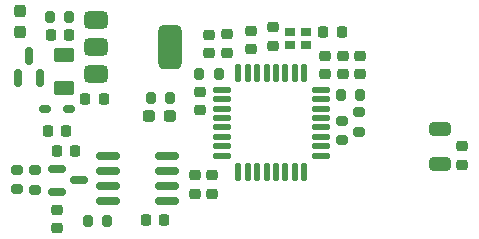
<source format=gbr>
%TF.GenerationSoftware,KiCad,Pcbnew,8.0.8*%
%TF.CreationDate,2025-03-12T20:30:10+01:00*%
%TF.ProjectId,TTS,5454532e-6b69-4636-9164-5f7063625858,rev?*%
%TF.SameCoordinates,PX2255100PY2ebae40*%
%TF.FileFunction,Paste,Top*%
%TF.FilePolarity,Positive*%
%FSLAX46Y46*%
G04 Gerber Fmt 4.6, Leading zero omitted, Abs format (unit mm)*
G04 Created by KiCad (PCBNEW 8.0.8) date 2025-03-12 20:30:10*
%MOMM*%
%LPD*%
G01*
G04 APERTURE LIST*
G04 Aperture macros list*
%AMRoundRect*
0 Rectangle with rounded corners*
0 $1 Rounding radius*
0 $2 $3 $4 $5 $6 $7 $8 $9 X,Y pos of 4 corners*
0 Add a 4 corners polygon primitive as box body*
4,1,4,$2,$3,$4,$5,$6,$7,$8,$9,$2,$3,0*
0 Add four circle primitives for the rounded corners*
1,1,$1+$1,$2,$3*
1,1,$1+$1,$4,$5*
1,1,$1+$1,$6,$7*
1,1,$1+$1,$8,$9*
0 Add four rect primitives between the rounded corners*
20,1,$1+$1,$2,$3,$4,$5,0*
20,1,$1+$1,$4,$5,$6,$7,0*
20,1,$1+$1,$6,$7,$8,$9,0*
20,1,$1+$1,$8,$9,$2,$3,0*%
G04 Aperture macros list end*
%ADD10RoundRect,0.150000X-0.587500X-0.150000X0.587500X-0.150000X0.587500X0.150000X-0.587500X0.150000X0*%
%ADD11RoundRect,0.225000X0.225000X0.250000X-0.225000X0.250000X-0.225000X-0.250000X0.225000X-0.250000X0*%
%ADD12R,0.900000X0.800000*%
%ADD13RoundRect,0.225000X-0.225000X-0.250000X0.225000X-0.250000X0.225000X0.250000X-0.225000X0.250000X0*%
%ADD14RoundRect,0.150000X0.325000X0.150000X-0.325000X0.150000X-0.325000X-0.150000X0.325000X-0.150000X0*%
%ADD15RoundRect,0.150000X0.825000X0.150000X-0.825000X0.150000X-0.825000X-0.150000X0.825000X-0.150000X0*%
%ADD16RoundRect,0.237500X-0.287500X-0.237500X0.287500X-0.237500X0.287500X0.237500X-0.287500X0.237500X0*%
%ADD17RoundRect,0.150000X0.150000X-0.587500X0.150000X0.587500X-0.150000X0.587500X-0.150000X-0.587500X0*%
%ADD18RoundRect,0.200000X0.275000X-0.200000X0.275000X0.200000X-0.275000X0.200000X-0.275000X-0.200000X0*%
%ADD19RoundRect,0.200000X0.200000X0.275000X-0.200000X0.275000X-0.200000X-0.275000X0.200000X-0.275000X0*%
%ADD20RoundRect,0.200000X-0.200000X-0.275000X0.200000X-0.275000X0.200000X0.275000X-0.200000X0.275000X0*%
%ADD21RoundRect,0.125000X-0.125000X0.625000X-0.125000X-0.625000X0.125000X-0.625000X0.125000X0.625000X0*%
%ADD22RoundRect,0.125000X-0.625000X0.125000X-0.625000X-0.125000X0.625000X-0.125000X0.625000X0.125000X0*%
%ADD23RoundRect,0.237500X0.237500X-0.287500X0.237500X0.287500X-0.237500X0.287500X-0.237500X-0.287500X0*%
%ADD24RoundRect,0.225000X0.250000X-0.225000X0.250000X0.225000X-0.250000X0.225000X-0.250000X-0.225000X0*%
%ADD25RoundRect,0.218750X0.256250X-0.218750X0.256250X0.218750X-0.256250X0.218750X-0.256250X-0.218750X0*%
%ADD26RoundRect,0.250000X-0.625000X0.375000X-0.625000X-0.375000X0.625000X-0.375000X0.625000X0.375000X0*%
%ADD27RoundRect,0.225000X-0.250000X0.225000X-0.250000X-0.225000X0.250000X-0.225000X0.250000X0.225000X0*%
%ADD28RoundRect,0.375000X-0.625000X-0.375000X0.625000X-0.375000X0.625000X0.375000X-0.625000X0.375000X0*%
%ADD29RoundRect,0.500000X-0.500000X-1.400000X0.500000X-1.400000X0.500000X1.400000X-0.500000X1.400000X0*%
%ADD30RoundRect,0.250000X0.650000X-0.325000X0.650000X0.325000X-0.650000X0.325000X-0.650000X-0.325000X0*%
%ADD31RoundRect,0.200000X-0.275000X0.200000X-0.275000X-0.200000X0.275000X-0.200000X0.275000X0.200000X0*%
G04 APERTURE END LIST*
D10*
%TO.C,D3*%
X109572500Y4160000D03*
X109572500Y2260000D03*
X111447500Y3210000D03*
%TD*%
D11*
%TO.C,C12*%
X110320000Y7430000D03*
X108770000Y7430000D03*
%TD*%
D12*
%TO.C,Y1*%
X129285000Y14640000D03*
X130685000Y14640000D03*
X130685000Y15740000D03*
X129285000Y15740000D03*
%TD*%
D13*
%TO.C,C15*%
X117085000Y-100000D03*
X118635000Y-100000D03*
%TD*%
D14*
%TO.C,D1*%
X110620000Y9230000D03*
X108520000Y9230000D03*
%TD*%
D15*
%TO.C,U4*%
X118870000Y1455000D03*
X118870000Y2725000D03*
X118870000Y3995000D03*
X118870000Y5265000D03*
X113920000Y5265000D03*
X113920000Y3995000D03*
X113920000Y2725000D03*
X113920000Y1455000D03*
%TD*%
D16*
%TO.C,VO2*%
X117377500Y8650000D03*
X119127500Y8650000D03*
%TD*%
D17*
%TO.C,D4*%
X108160000Y11892500D03*
X107210000Y13767500D03*
X106260000Y11892500D03*
%TD*%
D18*
%TO.C,R1*%
X133670000Y6625000D03*
X133670000Y8275000D03*
%TD*%
D19*
%TO.C,R3*%
X113825000Y-210000D03*
X112175000Y-210000D03*
%TD*%
D18*
%TO.C,R2*%
X135135000Y7345000D03*
X135135000Y8995000D03*
%TD*%
D20*
%TO.C,R9*%
X117485000Y10150000D03*
X119135000Y10150000D03*
%TD*%
D21*
%TO.C,U5*%
X130510000Y12275000D03*
X129710000Y12275000D03*
X128910000Y12275000D03*
X128110000Y12275000D03*
X127310000Y12275000D03*
X126510000Y12275000D03*
X125710000Y12275000D03*
X124910000Y12275000D03*
D22*
X123535000Y10900000D03*
X123535000Y10100000D03*
X123535000Y9300000D03*
X123535000Y8500000D03*
X123535000Y7700000D03*
X123535000Y6900000D03*
X123535000Y6100000D03*
X123535000Y5300000D03*
D21*
X124910000Y3925000D03*
X125710000Y3925000D03*
X126510000Y3925000D03*
X127310000Y3925000D03*
X128110000Y3925000D03*
X128910000Y3925000D03*
X129710000Y3925000D03*
X130510000Y3925000D03*
D22*
X131885000Y5300000D03*
X131885000Y6100000D03*
X131885000Y6900000D03*
X131885000Y7700000D03*
X131885000Y8500000D03*
X131885000Y9300000D03*
X131885000Y10100000D03*
X131885000Y10900000D03*
%TD*%
D23*
%TO.C,VO1*%
X106440000Y15765000D03*
X106440000Y17515000D03*
%TD*%
D24*
%TO.C,C6*%
X132275000Y12185000D03*
X132275000Y13735000D03*
%TD*%
D11*
%TO.C,C14*%
X111095000Y5690000D03*
X109545000Y5690000D03*
%TD*%
D25*
%TO.C,D2*%
X121685000Y9162500D03*
X121685000Y10737500D03*
%TD*%
D26*
%TO.C,F1*%
X110130000Y13860000D03*
X110130000Y11060000D03*
%TD*%
D19*
%TO.C,R5*%
X110605000Y17090000D03*
X108955000Y17090000D03*
%TD*%
D27*
%TO.C,C17*%
X121250000Y3645000D03*
X121250000Y2095000D03*
%TD*%
D18*
%TO.C,R8*%
X107700000Y2435000D03*
X107700000Y4085000D03*
%TD*%
D20*
%TO.C,R4*%
X133570000Y10420000D03*
X135220000Y10420000D03*
%TD*%
D24*
%TO.C,C8*%
X122455000Y14015000D03*
X122455000Y15565000D03*
%TD*%
%TO.C,C10*%
X127830000Y14615000D03*
X127830000Y16165000D03*
%TD*%
%TO.C,C4*%
X143850000Y4535000D03*
X143850000Y6085000D03*
%TD*%
D28*
%TO.C,U1*%
X112850000Y16810000D03*
X112850000Y14510000D03*
D29*
X119150000Y14510000D03*
D28*
X112850000Y12210000D03*
%TD*%
D30*
%TO.C,C11*%
X141960000Y4595000D03*
X141960000Y7545000D03*
%TD*%
D11*
%TO.C,C9*%
X133675000Y15750000D03*
X132125000Y15750000D03*
%TD*%
D27*
%TO.C,C18*%
X122710000Y3645000D03*
X122710000Y2095000D03*
%TD*%
D13*
%TO.C,C1*%
X111955000Y10080000D03*
X113505000Y10080000D03*
%TD*%
D19*
%TO.C,R6*%
X123270000Y12230000D03*
X121620000Y12230000D03*
%TD*%
D24*
%TO.C,C16*%
X123945000Y14025000D03*
X123945000Y15575000D03*
%TD*%
D31*
%TO.C,R7*%
X106180000Y4095000D03*
X106180000Y2445000D03*
%TD*%
D11*
%TO.C,C2*%
X110605000Y15560000D03*
X109055000Y15560000D03*
%TD*%
D27*
%TO.C,C3*%
X126025000Y15875000D03*
X126025000Y14325000D03*
%TD*%
D24*
%TO.C,C7*%
X133755000Y12185000D03*
X133755000Y13735000D03*
%TD*%
D27*
%TO.C,C13*%
X109540000Y735000D03*
X109540000Y-815000D03*
%TD*%
D24*
%TO.C,C5*%
X135225000Y12185000D03*
X135225000Y13735000D03*
%TD*%
M02*

</source>
